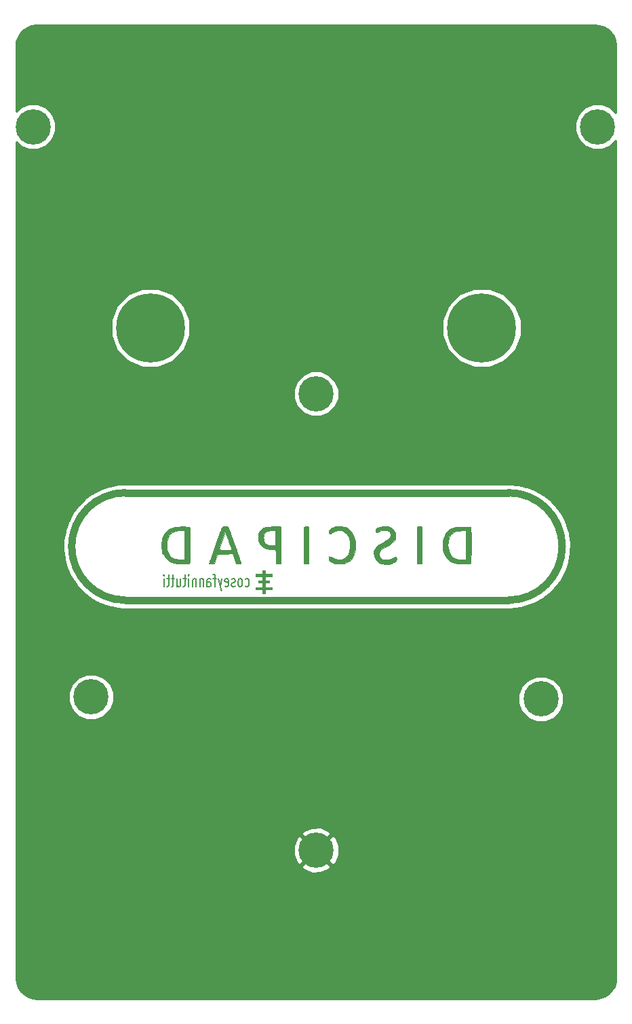
<source format=gbr>
G04 #@! TF.GenerationSoftware,KiCad,Pcbnew,(5.0.0)*
G04 #@! TF.CreationDate,2019-08-26T00:43:06-04:00*
G04 #@! TF.ProjectId,discipad-bottom-pcb,64697363697061642D626F74746F6D2D,rev?*
G04 #@! TF.SameCoordinates,Original*
G04 #@! TF.FileFunction,Copper,L2,Bot,Signal*
G04 #@! TF.FilePolarity,Positive*
%FSLAX46Y46*%
G04 Gerber Fmt 4.6, Leading zero omitted, Abs format (unit mm)*
G04 Created by KiCad (PCBNEW (5.0.0)) date 08/26/19 00:43:06*
%MOMM*%
%LPD*%
G01*
G04 APERTURE LIST*
G04 #@! TA.AperFunction,NonConductor*
%ADD10C,0.150000*%
G04 #@! TD*
G04 #@! TA.AperFunction,EtchedComponent*
%ADD11C,0.900000*%
G04 #@! TD*
G04 #@! TA.AperFunction,EtchedComponent*
%ADD12C,0.010000*%
G04 #@! TD*
G04 #@! TA.AperFunction,ComponentPad*
%ADD13C,8.600000*%
G04 #@! TD*
G04 #@! TA.AperFunction,ComponentPad*
%ADD14C,4.400000*%
G04 #@! TD*
G04 #@! TA.AperFunction,Conductor*
%ADD15C,0.254000*%
G04 #@! TD*
G04 APERTURE END LIST*
D10*
X134998991Y-85767886D02*
X135094229Y-85839315D01*
X135284706Y-85839315D01*
X135379944Y-85767886D01*
X135427563Y-85696458D01*
X135475182Y-85553601D01*
X135475182Y-85125029D01*
X135427563Y-84982172D01*
X135379944Y-84910744D01*
X135284706Y-84839315D01*
X135094229Y-84839315D01*
X134998991Y-84910744D01*
X134427563Y-85839315D02*
X134522801Y-85767886D01*
X134570420Y-85696458D01*
X134618039Y-85553601D01*
X134618039Y-85125029D01*
X134570420Y-84982172D01*
X134522801Y-84910744D01*
X134427563Y-84839315D01*
X134284706Y-84839315D01*
X134189468Y-84910744D01*
X134141849Y-84982172D01*
X134094229Y-85125029D01*
X134094229Y-85553601D01*
X134141849Y-85696458D01*
X134189468Y-85767886D01*
X134284706Y-85839315D01*
X134427563Y-85839315D01*
X133713277Y-85767886D02*
X133618039Y-85839315D01*
X133427563Y-85839315D01*
X133332325Y-85767886D01*
X133284706Y-85625029D01*
X133284706Y-85553601D01*
X133332325Y-85410744D01*
X133427563Y-85339315D01*
X133570420Y-85339315D01*
X133665658Y-85267886D01*
X133713277Y-85125029D01*
X133713277Y-85053601D01*
X133665658Y-84910744D01*
X133570420Y-84839315D01*
X133427563Y-84839315D01*
X133332325Y-84910744D01*
X132475182Y-85767886D02*
X132570420Y-85839315D01*
X132760896Y-85839315D01*
X132856134Y-85767886D01*
X132903753Y-85625029D01*
X132903753Y-85053601D01*
X132856134Y-84910744D01*
X132760896Y-84839315D01*
X132570420Y-84839315D01*
X132475182Y-84910744D01*
X132427563Y-85053601D01*
X132427563Y-85196458D01*
X132903753Y-85339315D01*
X132094229Y-84839315D02*
X131856134Y-85839315D01*
X131618039Y-84839315D02*
X131856134Y-85839315D01*
X131951372Y-86196458D01*
X131998991Y-86267886D01*
X132094229Y-86339315D01*
X131379944Y-84839315D02*
X130998991Y-84839315D01*
X131237087Y-85839315D02*
X131237087Y-84553601D01*
X131189468Y-84410744D01*
X131094229Y-84339315D01*
X130998991Y-84339315D01*
X130237087Y-85839315D02*
X130237087Y-85053601D01*
X130284706Y-84910744D01*
X130379944Y-84839315D01*
X130570420Y-84839315D01*
X130665658Y-84910744D01*
X130237087Y-85767886D02*
X130332325Y-85839315D01*
X130570420Y-85839315D01*
X130665658Y-85767886D01*
X130713277Y-85625029D01*
X130713277Y-85482172D01*
X130665658Y-85339315D01*
X130570420Y-85267886D01*
X130332325Y-85267886D01*
X130237087Y-85196458D01*
X129760896Y-84839315D02*
X129760896Y-85839315D01*
X129760896Y-84982172D02*
X129713277Y-84910744D01*
X129618039Y-84839315D01*
X129475182Y-84839315D01*
X129379944Y-84910744D01*
X129332325Y-85053601D01*
X129332325Y-85839315D01*
X128856134Y-84839315D02*
X128856134Y-85839315D01*
X128856134Y-84982172D02*
X128808515Y-84910744D01*
X128713277Y-84839315D01*
X128570420Y-84839315D01*
X128475182Y-84910744D01*
X128427563Y-85053601D01*
X128427563Y-85839315D01*
X127951372Y-85839315D02*
X127951372Y-84839315D01*
X127951372Y-84339315D02*
X127998991Y-84410744D01*
X127951372Y-84482172D01*
X127903753Y-84410744D01*
X127951372Y-84339315D01*
X127951372Y-84482172D01*
X127618039Y-84839315D02*
X127237087Y-84839315D01*
X127475182Y-84339315D02*
X127475182Y-85625029D01*
X127427563Y-85767886D01*
X127332325Y-85839315D01*
X127237087Y-85839315D01*
X126475182Y-84839315D02*
X126475182Y-85839315D01*
X126903753Y-84839315D02*
X126903753Y-85625029D01*
X126856134Y-85767886D01*
X126760896Y-85839315D01*
X126618039Y-85839315D01*
X126522801Y-85767886D01*
X126475182Y-85696458D01*
X126141849Y-84839315D02*
X125760896Y-84839315D01*
X125998991Y-84339315D02*
X125998991Y-85625029D01*
X125951372Y-85767886D01*
X125856134Y-85839315D01*
X125760896Y-85839315D01*
X125570420Y-84839315D02*
X125189468Y-84839315D01*
X125427563Y-84339315D02*
X125427563Y-85625029D01*
X125379944Y-85767886D01*
X125284706Y-85839315D01*
X125189468Y-85839315D01*
X124856134Y-85839315D02*
X124856134Y-84839315D01*
X124856134Y-84339315D02*
X124903753Y-84410744D01*
X124856134Y-84482172D01*
X124808515Y-84410744D01*
X124856134Y-84339315D01*
X124856134Y-84482172D01*
D11*
G04 #@! TO.C,G\002A\002A\002A*
X120018559Y-74112973D02*
G75*
G03X120018559Y-87512973I0J-6700000D01*
G01*
X167868559Y-87512973D02*
G75*
G03X167868559Y-74112973I0J6700000D01*
G01*
X167868559Y-87512973D02*
X120018559Y-87512973D01*
X167868559Y-74112973D02*
X120018559Y-74112973D01*
D12*
G36*
X126662695Y-78348427D02*
X126292872Y-78376672D01*
X125992860Y-78430588D01*
X125736338Y-78515768D01*
X125496989Y-78637808D01*
X125378707Y-78712292D01*
X125088084Y-78964608D01*
X124837281Y-79294583D01*
X124659623Y-79656745D01*
X124637403Y-79723743D01*
X124606192Y-79889008D01*
X124581429Y-80140468D01*
X124566016Y-80441066D01*
X124562343Y-80682973D01*
X124565556Y-81002089D01*
X124577621Y-81232554D01*
X124604094Y-81408976D01*
X124650536Y-81565961D01*
X124722503Y-81738116D01*
X124736873Y-81769632D01*
X124995231Y-82198336D01*
X125332412Y-82532394D01*
X125746119Y-82770013D01*
X126189325Y-82901339D01*
X126387724Y-82926860D01*
X126668710Y-82947376D01*
X126991592Y-82960491D01*
X127252869Y-82964041D01*
X127563183Y-82963245D01*
X127772548Y-82957886D01*
X127903312Y-82943506D01*
X127977828Y-82915650D01*
X128018446Y-82869859D01*
X128045910Y-82805902D01*
X128062794Y-82700196D01*
X128076901Y-82491182D01*
X128088248Y-82196799D01*
X128096850Y-81834989D01*
X128102722Y-81423693D01*
X128105879Y-80980851D01*
X128106337Y-80524405D01*
X128104111Y-80072297D01*
X128099215Y-79642466D01*
X128091666Y-79252854D01*
X128081479Y-78921402D01*
X128077067Y-78833459D01*
X127427880Y-78833459D01*
X127427880Y-82489301D01*
X126888438Y-82449812D01*
X126609293Y-82423676D01*
X126347596Y-82389378D01*
X126149943Y-82353277D01*
X126113804Y-82344102D01*
X125804574Y-82195201D01*
X125550631Y-81944810D01*
X125358415Y-81604649D01*
X125234364Y-81186439D01*
X125184917Y-80701902D01*
X125184331Y-80652148D01*
X125223322Y-80129387D01*
X125345948Y-79697079D01*
X125553591Y-79353824D01*
X125847633Y-79098218D01*
X126229455Y-78928858D01*
X126700441Y-78844344D01*
X126976691Y-78833459D01*
X127427880Y-78833459D01*
X128077067Y-78833459D01*
X128068668Y-78666051D01*
X128053249Y-78504743D01*
X128042215Y-78459503D01*
X128007023Y-78411681D01*
X127947791Y-78378614D01*
X127843980Y-78357622D01*
X127675049Y-78346022D01*
X127420457Y-78341135D01*
X127128648Y-78340255D01*
X126662695Y-78348427D01*
X126662695Y-78348427D01*
G37*
X126662695Y-78348427D02*
X126292872Y-78376672D01*
X125992860Y-78430588D01*
X125736338Y-78515768D01*
X125496989Y-78637808D01*
X125378707Y-78712292D01*
X125088084Y-78964608D01*
X124837281Y-79294583D01*
X124659623Y-79656745D01*
X124637403Y-79723743D01*
X124606192Y-79889008D01*
X124581429Y-80140468D01*
X124566016Y-80441066D01*
X124562343Y-80682973D01*
X124565556Y-81002089D01*
X124577621Y-81232554D01*
X124604094Y-81408976D01*
X124650536Y-81565961D01*
X124722503Y-81738116D01*
X124736873Y-81769632D01*
X124995231Y-82198336D01*
X125332412Y-82532394D01*
X125746119Y-82770013D01*
X126189325Y-82901339D01*
X126387724Y-82926860D01*
X126668710Y-82947376D01*
X126991592Y-82960491D01*
X127252869Y-82964041D01*
X127563183Y-82963245D01*
X127772548Y-82957886D01*
X127903312Y-82943506D01*
X127977828Y-82915650D01*
X128018446Y-82869859D01*
X128045910Y-82805902D01*
X128062794Y-82700196D01*
X128076901Y-82491182D01*
X128088248Y-82196799D01*
X128096850Y-81834989D01*
X128102722Y-81423693D01*
X128105879Y-80980851D01*
X128106337Y-80524405D01*
X128104111Y-80072297D01*
X128099215Y-79642466D01*
X128091666Y-79252854D01*
X128081479Y-78921402D01*
X128077067Y-78833459D01*
X127427880Y-78833459D01*
X127427880Y-82489301D01*
X126888438Y-82449812D01*
X126609293Y-82423676D01*
X126347596Y-82389378D01*
X126149943Y-82353277D01*
X126113804Y-82344102D01*
X125804574Y-82195201D01*
X125550631Y-81944810D01*
X125358415Y-81604649D01*
X125234364Y-81186439D01*
X125184917Y-80701902D01*
X125184331Y-80652148D01*
X125223322Y-80129387D01*
X125345948Y-79697079D01*
X125553591Y-79353824D01*
X125847633Y-79098218D01*
X126229455Y-78928858D01*
X126700441Y-78844344D01*
X126976691Y-78833459D01*
X127427880Y-78833459D01*
X128077067Y-78833459D01*
X128068668Y-78666051D01*
X128053249Y-78504743D01*
X128042215Y-78459503D01*
X128007023Y-78411681D01*
X127947791Y-78378614D01*
X127843980Y-78357622D01*
X127675049Y-78346022D01*
X127420457Y-78341135D01*
X127128648Y-78340255D01*
X126662695Y-78348427D01*
G36*
X132267443Y-78329627D02*
X132219297Y-78345705D01*
X132174736Y-78373565D01*
X132128989Y-78424214D01*
X132077284Y-78508658D01*
X132014851Y-78637903D01*
X131936919Y-78822957D01*
X131838715Y-79074827D01*
X131715470Y-79404517D01*
X131562412Y-79823037D01*
X131374769Y-80341391D01*
X131272254Y-80625463D01*
X131093188Y-81124941D01*
X130929258Y-81588165D01*
X130784829Y-82002342D01*
X130664269Y-82354679D01*
X130571944Y-82632382D01*
X130512220Y-82822659D01*
X130489463Y-82912716D01*
X130489848Y-82917803D01*
X130562595Y-82944868D01*
X130716102Y-82961514D01*
X130814054Y-82964041D01*
X131110428Y-82964041D01*
X131321803Y-82362949D01*
X131533177Y-81761857D01*
X132494127Y-81744916D01*
X133455077Y-81727974D01*
X133870355Y-82933216D01*
X134163195Y-82952006D01*
X134348011Y-82954710D01*
X134436962Y-82927693D01*
X134456035Y-82879072D01*
X134435988Y-82808673D01*
X134379536Y-82637912D01*
X134292213Y-82382375D01*
X134179553Y-82057649D01*
X134047090Y-81679320D01*
X133900359Y-81262977D01*
X133885988Y-81222415D01*
X133284641Y-81222415D01*
X133226896Y-81228254D01*
X133069194Y-81233078D01*
X132834880Y-81236420D01*
X132547297Y-81237813D01*
X132514045Y-81237828D01*
X132219181Y-81233574D01*
X131977362Y-81221928D01*
X131811342Y-81204563D01*
X131743875Y-81183153D01*
X131743414Y-81181161D01*
X131762809Y-81107524D01*
X131816757Y-80936811D01*
X131898899Y-80688264D01*
X132002874Y-80381124D01*
X132122324Y-80034629D01*
X132122802Y-80033254D01*
X132502190Y-78942014D01*
X132893399Y-80074508D01*
X133014082Y-80424619D01*
X133119659Y-80732341D01*
X133203993Y-80979664D01*
X133260944Y-81148578D01*
X133284374Y-81221073D01*
X133284641Y-81222415D01*
X133885988Y-81222415D01*
X133744893Y-80824204D01*
X133586227Y-80378589D01*
X133429894Y-79941719D01*
X133281429Y-79529181D01*
X133146366Y-79156561D01*
X133030239Y-78839446D01*
X132938582Y-78593422D01*
X132884984Y-78454203D01*
X132790936Y-78366246D01*
X132618317Y-78314010D01*
X132408794Y-78305901D01*
X132267443Y-78329627D01*
X132267443Y-78329627D01*
G37*
X132267443Y-78329627D02*
X132219297Y-78345705D01*
X132174736Y-78373565D01*
X132128989Y-78424214D01*
X132077284Y-78508658D01*
X132014851Y-78637903D01*
X131936919Y-78822957D01*
X131838715Y-79074827D01*
X131715470Y-79404517D01*
X131562412Y-79823037D01*
X131374769Y-80341391D01*
X131272254Y-80625463D01*
X131093188Y-81124941D01*
X130929258Y-81588165D01*
X130784829Y-82002342D01*
X130664269Y-82354679D01*
X130571944Y-82632382D01*
X130512220Y-82822659D01*
X130489463Y-82912716D01*
X130489848Y-82917803D01*
X130562595Y-82944868D01*
X130716102Y-82961514D01*
X130814054Y-82964041D01*
X131110428Y-82964041D01*
X131321803Y-82362949D01*
X131533177Y-81761857D01*
X132494127Y-81744916D01*
X133455077Y-81727974D01*
X133870355Y-82933216D01*
X134163195Y-82952006D01*
X134348011Y-82954710D01*
X134436962Y-82927693D01*
X134456035Y-82879072D01*
X134435988Y-82808673D01*
X134379536Y-82637912D01*
X134292213Y-82382375D01*
X134179553Y-82057649D01*
X134047090Y-81679320D01*
X133900359Y-81262977D01*
X133885988Y-81222415D01*
X133284641Y-81222415D01*
X133226896Y-81228254D01*
X133069194Y-81233078D01*
X132834880Y-81236420D01*
X132547297Y-81237813D01*
X132514045Y-81237828D01*
X132219181Y-81233574D01*
X131977362Y-81221928D01*
X131811342Y-81204563D01*
X131743875Y-81183153D01*
X131743414Y-81181161D01*
X131762809Y-81107524D01*
X131816757Y-80936811D01*
X131898899Y-80688264D01*
X132002874Y-80381124D01*
X132122324Y-80034629D01*
X132122802Y-80033254D01*
X132502190Y-78942014D01*
X132893399Y-80074508D01*
X133014082Y-80424619D01*
X133119659Y-80732341D01*
X133203993Y-80979664D01*
X133260944Y-81148578D01*
X133284374Y-81221073D01*
X133284641Y-81222415D01*
X133885988Y-81222415D01*
X133744893Y-80824204D01*
X133586227Y-80378589D01*
X133429894Y-79941719D01*
X133281429Y-79529181D01*
X133146366Y-79156561D01*
X133030239Y-78839446D01*
X132938582Y-78593422D01*
X132884984Y-78454203D01*
X132790936Y-78366246D01*
X132618317Y-78314010D01*
X132408794Y-78305901D01*
X132267443Y-78329627D01*
G36*
X138019962Y-78356340D02*
X137609666Y-78408607D01*
X137287790Y-78503072D01*
X137038766Y-78645754D01*
X136847026Y-78842668D01*
X136726641Y-79038917D01*
X136630008Y-79331717D01*
X136593300Y-79679466D01*
X136617294Y-80029108D01*
X136702766Y-80327585D01*
X136707628Y-80338035D01*
X136929061Y-80680041D01*
X137227647Y-80931234D01*
X137607339Y-81093718D01*
X138072088Y-81169600D01*
X138280432Y-81176177D01*
X138753739Y-81176177D01*
X138793041Y-81592318D01*
X138813469Y-81877549D01*
X138827839Y-82209483D01*
X138832781Y-82486250D01*
X138833219Y-82964041D01*
X139100372Y-82964041D01*
X139273372Y-82955297D01*
X139389493Y-82933345D01*
X139408624Y-82922941D01*
X139421392Y-82850152D01*
X139431715Y-82671274D01*
X139439667Y-82403493D01*
X139445322Y-82063995D01*
X139448753Y-81669966D01*
X139450034Y-81238593D01*
X139449239Y-80787061D01*
X139446443Y-80332557D01*
X139441719Y-79892266D01*
X139435140Y-79483375D01*
X139426782Y-79123070D01*
X139416886Y-78833459D01*
X138771569Y-78833459D01*
X138771569Y-80682973D01*
X138355428Y-80682877D01*
X137990715Y-80655498D01*
X137727893Y-80574989D01*
X137484826Y-80409167D01*
X137336683Y-80196516D01*
X137270136Y-79913029D01*
X137263292Y-79738072D01*
X137293149Y-79415157D01*
X137386939Y-79182342D01*
X137557379Y-79017565D01*
X137728424Y-78931162D01*
X137927341Y-78877637D01*
X138184471Y-78842223D01*
X138372088Y-78833459D01*
X138771569Y-78833459D01*
X139416886Y-78833459D01*
X139416717Y-78828537D01*
X139405020Y-78616963D01*
X139391764Y-78505532D01*
X139389600Y-78498394D01*
X139329475Y-78340255D01*
X138534244Y-78340255D01*
X138019962Y-78356340D01*
X138019962Y-78356340D01*
G37*
X138019962Y-78356340D02*
X137609666Y-78408607D01*
X137287790Y-78503072D01*
X137038766Y-78645754D01*
X136847026Y-78842668D01*
X136726641Y-79038917D01*
X136630008Y-79331717D01*
X136593300Y-79679466D01*
X136617294Y-80029108D01*
X136702766Y-80327585D01*
X136707628Y-80338035D01*
X136929061Y-80680041D01*
X137227647Y-80931234D01*
X137607339Y-81093718D01*
X138072088Y-81169600D01*
X138280432Y-81176177D01*
X138753739Y-81176177D01*
X138793041Y-81592318D01*
X138813469Y-81877549D01*
X138827839Y-82209483D01*
X138832781Y-82486250D01*
X138833219Y-82964041D01*
X139100372Y-82964041D01*
X139273372Y-82955297D01*
X139389493Y-82933345D01*
X139408624Y-82922941D01*
X139421392Y-82850152D01*
X139431715Y-82671274D01*
X139439667Y-82403493D01*
X139445322Y-82063995D01*
X139448753Y-81669966D01*
X139450034Y-81238593D01*
X139449239Y-80787061D01*
X139446443Y-80332557D01*
X139441719Y-79892266D01*
X139435140Y-79483375D01*
X139426782Y-79123070D01*
X139416886Y-78833459D01*
X138771569Y-78833459D01*
X138771569Y-80682973D01*
X138355428Y-80682877D01*
X137990715Y-80655498D01*
X137727893Y-80574989D01*
X137484826Y-80409167D01*
X137336683Y-80196516D01*
X137270136Y-79913029D01*
X137263292Y-79738072D01*
X137293149Y-79415157D01*
X137386939Y-79182342D01*
X137557379Y-79017565D01*
X137728424Y-78931162D01*
X137927341Y-78877637D01*
X138184471Y-78842223D01*
X138372088Y-78833459D01*
X138771569Y-78833459D01*
X139416886Y-78833459D01*
X139416717Y-78828537D01*
X139405020Y-78616963D01*
X139391764Y-78505532D01*
X139389600Y-78498394D01*
X139329475Y-78340255D01*
X138534244Y-78340255D01*
X138019962Y-78356340D01*
G36*
X142426720Y-78345218D02*
X142284125Y-78399432D01*
X142300298Y-80666324D01*
X142316472Y-82933216D01*
X142609312Y-82952006D01*
X142902151Y-82970797D01*
X142902151Y-78354629D01*
X142735733Y-78322816D01*
X142553680Y-78318246D01*
X142426720Y-78345218D01*
X142426720Y-78345218D01*
G37*
X142426720Y-78345218D02*
X142284125Y-78399432D01*
X142300298Y-80666324D01*
X142316472Y-82933216D01*
X142609312Y-82952006D01*
X142902151Y-82970797D01*
X142902151Y-78354629D01*
X142735733Y-78322816D01*
X142553680Y-78318246D01*
X142426720Y-78345218D01*
G36*
X156556991Y-78325308D02*
X156402122Y-78354913D01*
X156418277Y-80644064D01*
X156434433Y-82933216D01*
X156727273Y-82952006D01*
X157020113Y-82970797D01*
X157020113Y-78354629D01*
X156865986Y-78325166D01*
X156677403Y-78313579D01*
X156556991Y-78325308D01*
X156556991Y-78325308D01*
G37*
X156556991Y-78325308D02*
X156402122Y-78354913D01*
X156418277Y-80644064D01*
X156434433Y-82933216D01*
X156727273Y-82952006D01*
X157020113Y-82970797D01*
X157020113Y-78354629D01*
X156865986Y-78325166D01*
X156677403Y-78313579D01*
X156556991Y-78325308D01*
G36*
X162253997Y-78347112D02*
X162061167Y-78351473D01*
X161614228Y-78368983D01*
X161265736Y-78400125D01*
X160991002Y-78452112D01*
X160765340Y-78532159D01*
X160564062Y-78647479D01*
X160362481Y-78805287D01*
X160290665Y-78868838D01*
X160001530Y-79210472D01*
X159790974Y-79632859D01*
X159664232Y-80117640D01*
X159626538Y-80646454D01*
X159661851Y-81074536D01*
X159784618Y-81610821D01*
X159981489Y-82050581D01*
X160256923Y-82399038D01*
X160615378Y-82661414D01*
X161061311Y-82842931D01*
X161203255Y-82880166D01*
X161414524Y-82915641D01*
X161687863Y-82941375D01*
X161996212Y-82957229D01*
X162312511Y-82963061D01*
X162609699Y-82958731D01*
X162860716Y-82944099D01*
X163038501Y-82919024D01*
X163111181Y-82890061D01*
X163132377Y-82833454D01*
X163149567Y-82704594D01*
X163163029Y-82495048D01*
X163163230Y-82489037D01*
X162568656Y-82489037D01*
X161971878Y-82447087D01*
X161635089Y-82412088D01*
X161343568Y-82360383D01*
X161134966Y-82298767D01*
X161124184Y-82294144D01*
X160800922Y-82086076D01*
X160553625Y-81784536D01*
X160385321Y-81395467D01*
X160299037Y-80924813D01*
X160287588Y-80652148D01*
X160331435Y-80129232D01*
X160463182Y-79692483D01*
X160683136Y-79341285D01*
X160991606Y-79075024D01*
X161114033Y-79005101D01*
X161297622Y-78932353D01*
X161530859Y-78883676D01*
X161845324Y-78853199D01*
X161967564Y-78846365D01*
X162568656Y-78816974D01*
X162568656Y-82489037D01*
X163163230Y-82489037D01*
X163173040Y-82196381D01*
X163179880Y-81800158D01*
X163183827Y-81297947D01*
X163185158Y-80681311D01*
X163185161Y-80647367D01*
X163184514Y-80060975D01*
X163182252Y-79586097D01*
X163177896Y-79210953D01*
X163170967Y-78923761D01*
X163160984Y-78712741D01*
X163147470Y-78566110D01*
X163129943Y-78472088D01*
X163107925Y-78418893D01*
X163093812Y-78402841D01*
X163014140Y-78371728D01*
X162856277Y-78352500D01*
X162607227Y-78344510D01*
X162253997Y-78347112D01*
X162253997Y-78347112D01*
G37*
X162253997Y-78347112D02*
X162061167Y-78351473D01*
X161614228Y-78368983D01*
X161265736Y-78400125D01*
X160991002Y-78452112D01*
X160765340Y-78532159D01*
X160564062Y-78647479D01*
X160362481Y-78805287D01*
X160290665Y-78868838D01*
X160001530Y-79210472D01*
X159790974Y-79632859D01*
X159664232Y-80117640D01*
X159626538Y-80646454D01*
X159661851Y-81074536D01*
X159784618Y-81610821D01*
X159981489Y-82050581D01*
X160256923Y-82399038D01*
X160615378Y-82661414D01*
X161061311Y-82842931D01*
X161203255Y-82880166D01*
X161414524Y-82915641D01*
X161687863Y-82941375D01*
X161996212Y-82957229D01*
X162312511Y-82963061D01*
X162609699Y-82958731D01*
X162860716Y-82944099D01*
X163038501Y-82919024D01*
X163111181Y-82890061D01*
X163132377Y-82833454D01*
X163149567Y-82704594D01*
X163163029Y-82495048D01*
X163163230Y-82489037D01*
X162568656Y-82489037D01*
X161971878Y-82447087D01*
X161635089Y-82412088D01*
X161343568Y-82360383D01*
X161134966Y-82298767D01*
X161124184Y-82294144D01*
X160800922Y-82086076D01*
X160553625Y-81784536D01*
X160385321Y-81395467D01*
X160299037Y-80924813D01*
X160287588Y-80652148D01*
X160331435Y-80129232D01*
X160463182Y-79692483D01*
X160683136Y-79341285D01*
X160991606Y-79075024D01*
X161114033Y-79005101D01*
X161297622Y-78932353D01*
X161530859Y-78883676D01*
X161845324Y-78853199D01*
X161967564Y-78846365D01*
X162568656Y-78816974D01*
X162568656Y-82489037D01*
X163163230Y-82489037D01*
X163173040Y-82196381D01*
X163179880Y-81800158D01*
X163183827Y-81297947D01*
X163185158Y-80681311D01*
X163185161Y-80647367D01*
X163184514Y-80060975D01*
X163182252Y-79586097D01*
X163177896Y-79210953D01*
X163170967Y-78923761D01*
X163160984Y-78712741D01*
X163147470Y-78566110D01*
X163129943Y-78472088D01*
X163107925Y-78418893D01*
X163093812Y-78402841D01*
X163014140Y-78371728D01*
X162856277Y-78352500D01*
X162607227Y-78344510D01*
X162253997Y-78347112D01*
G36*
X146471607Y-78315250D02*
X146266731Y-78333897D01*
X146096386Y-78376708D01*
X145916276Y-78452416D01*
X145830550Y-78494381D01*
X145631776Y-78598781D01*
X145518638Y-78680803D01*
X145464625Y-78769320D01*
X145443229Y-78893207D01*
X145441028Y-78918646D01*
X145440320Y-79111186D01*
X145487020Y-79205612D01*
X145594547Y-79206806D01*
X145776320Y-79119649D01*
X145858072Y-79070352D01*
X146196593Y-78918003D01*
X146577763Y-78840013D01*
X146954340Y-78842795D01*
X147175811Y-78891463D01*
X147421861Y-79027202D01*
X147657611Y-79253344D01*
X147856176Y-79538113D01*
X147990666Y-79849732D01*
X147992805Y-79857009D01*
X148060686Y-80211411D01*
X148082523Y-80616549D01*
X148060775Y-81031867D01*
X147997903Y-81416811D01*
X147896366Y-81730825D01*
X147876655Y-81771858D01*
X147650804Y-82093000D01*
X147357951Y-82317365D01*
X147011103Y-82441994D01*
X146623267Y-82463928D01*
X146207450Y-82380207D01*
X145856412Y-82231525D01*
X145664397Y-82136890D01*
X145518386Y-82076166D01*
X145448589Y-82061839D01*
X145447615Y-82062591D01*
X145426472Y-82138142D01*
X145412663Y-82285970D01*
X145411458Y-82318223D01*
X145433530Y-82506741D01*
X145528672Y-82637539D01*
X145556152Y-82659814D01*
X145852680Y-82824543D01*
X146224850Y-82938997D01*
X146633542Y-82997986D01*
X147039636Y-82996319D01*
X147404009Y-82928805D01*
X147455157Y-82911784D01*
X147868368Y-82715237D01*
X148190625Y-82447261D01*
X148436380Y-82093056D01*
X148579878Y-81759939D01*
X148715592Y-81229555D01*
X148759125Y-80694457D01*
X148715618Y-80172294D01*
X148590210Y-79680716D01*
X148388042Y-79237374D01*
X148114254Y-78859918D01*
X147773987Y-78565998D01*
X147623963Y-78477610D01*
X147447903Y-78395466D01*
X147281030Y-78345873D01*
X147081420Y-78320839D01*
X146807145Y-78312374D01*
X146755307Y-78312031D01*
X146471607Y-78315250D01*
X146471607Y-78315250D01*
G37*
X146471607Y-78315250D02*
X146266731Y-78333897D01*
X146096386Y-78376708D01*
X145916276Y-78452416D01*
X145830550Y-78494381D01*
X145631776Y-78598781D01*
X145518638Y-78680803D01*
X145464625Y-78769320D01*
X145443229Y-78893207D01*
X145441028Y-78918646D01*
X145440320Y-79111186D01*
X145487020Y-79205612D01*
X145594547Y-79206806D01*
X145776320Y-79119649D01*
X145858072Y-79070352D01*
X146196593Y-78918003D01*
X146577763Y-78840013D01*
X146954340Y-78842795D01*
X147175811Y-78891463D01*
X147421861Y-79027202D01*
X147657611Y-79253344D01*
X147856176Y-79538113D01*
X147990666Y-79849732D01*
X147992805Y-79857009D01*
X148060686Y-80211411D01*
X148082523Y-80616549D01*
X148060775Y-81031867D01*
X147997903Y-81416811D01*
X147896366Y-81730825D01*
X147876655Y-81771858D01*
X147650804Y-82093000D01*
X147357951Y-82317365D01*
X147011103Y-82441994D01*
X146623267Y-82463928D01*
X146207450Y-82380207D01*
X145856412Y-82231525D01*
X145664397Y-82136890D01*
X145518386Y-82076166D01*
X145448589Y-82061839D01*
X145447615Y-82062591D01*
X145426472Y-82138142D01*
X145412663Y-82285970D01*
X145411458Y-82318223D01*
X145433530Y-82506741D01*
X145528672Y-82637539D01*
X145556152Y-82659814D01*
X145852680Y-82824543D01*
X146224850Y-82938997D01*
X146633542Y-82997986D01*
X147039636Y-82996319D01*
X147404009Y-82928805D01*
X147455157Y-82911784D01*
X147868368Y-82715237D01*
X148190625Y-82447261D01*
X148436380Y-82093056D01*
X148579878Y-81759939D01*
X148715592Y-81229555D01*
X148759125Y-80694457D01*
X148715618Y-80172294D01*
X148590210Y-79680716D01*
X148388042Y-79237374D01*
X148114254Y-78859918D01*
X147773987Y-78565998D01*
X147623963Y-78477610D01*
X147447903Y-78395466D01*
X147281030Y-78345873D01*
X147081420Y-78320839D01*
X146807145Y-78312374D01*
X146755307Y-78312031D01*
X146471607Y-78315250D01*
G36*
X152203942Y-78296594D02*
X151853613Y-78350787D01*
X151564134Y-78447862D01*
X151548632Y-78455571D01*
X151388452Y-78546867D01*
X151311593Y-78633428D01*
X151287935Y-78758836D01*
X151286617Y-78834712D01*
X151300131Y-78993516D01*
X151353204Y-79067949D01*
X151464639Y-79062514D01*
X151653237Y-78981715D01*
X151731685Y-78941347D01*
X151975744Y-78845338D01*
X152258293Y-78805533D01*
X152385971Y-78802633D01*
X152606147Y-78807875D01*
X152746436Y-78833790D01*
X152850133Y-78895664D01*
X152956238Y-79003970D01*
X153107771Y-79231147D01*
X153147083Y-79452040D01*
X153072013Y-79670454D01*
X152880397Y-79890194D01*
X152570075Y-80115065D01*
X152212772Y-80312369D01*
X151844208Y-80505772D01*
X151572324Y-80671626D01*
X151378277Y-80825488D01*
X151243226Y-80982918D01*
X151148331Y-81159472D01*
X151129154Y-81207160D01*
X151043008Y-81591003D01*
X151069710Y-81967415D01*
X151201176Y-82314830D01*
X151429324Y-82611677D01*
X151738236Y-82832391D01*
X152079637Y-82953602D01*
X152480563Y-83011147D01*
X152893504Y-83002567D01*
X153270947Y-82925404D01*
X153305815Y-82913499D01*
X153591694Y-82791287D01*
X153770728Y-82660406D01*
X153859190Y-82505414D01*
X153875938Y-82372445D01*
X153861047Y-82223900D01*
X153824907Y-82138627D01*
X153821945Y-82136492D01*
X153743012Y-82144833D01*
X153589400Y-82199233D01*
X153405804Y-82282462D01*
X153172356Y-82380470D01*
X152940219Y-82449851D01*
X152797054Y-82472293D01*
X152503435Y-82479806D01*
X152298852Y-82467194D01*
X152149623Y-82426319D01*
X152022067Y-82349042D01*
X151917630Y-82259798D01*
X151774353Y-82112068D01*
X151706438Y-81980390D01*
X151687850Y-81810659D01*
X151687699Y-81782007D01*
X151706125Y-81587310D01*
X151771042Y-81421781D01*
X151897762Y-81269399D01*
X152101597Y-81114145D01*
X152397858Y-80939999D01*
X152589135Y-80838926D01*
X153024827Y-80591998D01*
X153348700Y-80356615D01*
X153570621Y-80124414D01*
X153695116Y-79901480D01*
X153743354Y-79666902D01*
X153746148Y-79382024D01*
X153705314Y-79110430D01*
X153669344Y-79000054D01*
X153516954Y-78763467D01*
X153283988Y-78546885D01*
X153012261Y-78385263D01*
X152874927Y-78335985D01*
X152562066Y-78290065D01*
X152203942Y-78296594D01*
X152203942Y-78296594D01*
G37*
X152203942Y-78296594D02*
X151853613Y-78350787D01*
X151564134Y-78447862D01*
X151548632Y-78455571D01*
X151388452Y-78546867D01*
X151311593Y-78633428D01*
X151287935Y-78758836D01*
X151286617Y-78834712D01*
X151300131Y-78993516D01*
X151353204Y-79067949D01*
X151464639Y-79062514D01*
X151653237Y-78981715D01*
X151731685Y-78941347D01*
X151975744Y-78845338D01*
X152258293Y-78805533D01*
X152385971Y-78802633D01*
X152606147Y-78807875D01*
X152746436Y-78833790D01*
X152850133Y-78895664D01*
X152956238Y-79003970D01*
X153107771Y-79231147D01*
X153147083Y-79452040D01*
X153072013Y-79670454D01*
X152880397Y-79890194D01*
X152570075Y-80115065D01*
X152212772Y-80312369D01*
X151844208Y-80505772D01*
X151572324Y-80671626D01*
X151378277Y-80825488D01*
X151243226Y-80982918D01*
X151148331Y-81159472D01*
X151129154Y-81207160D01*
X151043008Y-81591003D01*
X151069710Y-81967415D01*
X151201176Y-82314830D01*
X151429324Y-82611677D01*
X151738236Y-82832391D01*
X152079637Y-82953602D01*
X152480563Y-83011147D01*
X152893504Y-83002567D01*
X153270947Y-82925404D01*
X153305815Y-82913499D01*
X153591694Y-82791287D01*
X153770728Y-82660406D01*
X153859190Y-82505414D01*
X153875938Y-82372445D01*
X153861047Y-82223900D01*
X153824907Y-82138627D01*
X153821945Y-82136492D01*
X153743012Y-82144833D01*
X153589400Y-82199233D01*
X153405804Y-82282462D01*
X153172356Y-82380470D01*
X152940219Y-82449851D01*
X152797054Y-82472293D01*
X152503435Y-82479806D01*
X152298852Y-82467194D01*
X152149623Y-82426319D01*
X152022067Y-82349042D01*
X151917630Y-82259798D01*
X151774353Y-82112068D01*
X151706438Y-81980390D01*
X151687850Y-81810659D01*
X151687699Y-81782007D01*
X151706125Y-81587310D01*
X151771042Y-81421781D01*
X151897762Y-81269399D01*
X152101597Y-81114145D01*
X152397858Y-80939999D01*
X152589135Y-80838926D01*
X153024827Y-80591998D01*
X153348700Y-80356615D01*
X153570621Y-80124414D01*
X153695116Y-79901480D01*
X153743354Y-79666902D01*
X153746148Y-79382024D01*
X153705314Y-79110430D01*
X153669344Y-79000054D01*
X153516954Y-78763467D01*
X153283988Y-78546885D01*
X153012261Y-78385263D01*
X152874927Y-78335985D01*
X152562066Y-78290065D01*
X152203942Y-78296594D01*
G36*
X137164225Y-84251046D02*
X136306975Y-84251046D01*
X136306975Y-84536796D01*
X137164225Y-84536796D01*
X137164225Y-85051146D01*
X136624475Y-85051146D01*
X136624475Y-85355946D01*
X137164225Y-85355946D01*
X137164225Y-85882996D01*
X136306975Y-85882996D01*
X136306975Y-86187796D01*
X137164225Y-86187796D01*
X137164225Y-86651346D01*
X137469025Y-86651346D01*
X137469025Y-86194146D01*
X138319925Y-86194146D01*
X138319925Y-85889346D01*
X137469025Y-85889346D01*
X137469025Y-85362296D01*
X138002425Y-85362296D01*
X138002425Y-85057496D01*
X137469025Y-85057496D01*
X137469025Y-84536796D01*
X138319925Y-84536796D01*
X138319925Y-84251046D01*
X137469025Y-84251046D01*
X137469025Y-83806546D01*
X137164225Y-83806546D01*
X137164225Y-84251046D01*
X137164225Y-84251046D01*
G37*
X137164225Y-84251046D02*
X136306975Y-84251046D01*
X136306975Y-84536796D01*
X137164225Y-84536796D01*
X137164225Y-85051146D01*
X136624475Y-85051146D01*
X136624475Y-85355946D01*
X137164225Y-85355946D01*
X137164225Y-85882996D01*
X136306975Y-85882996D01*
X136306975Y-86187796D01*
X137164225Y-86187796D01*
X137164225Y-86651346D01*
X137469025Y-86651346D01*
X137469025Y-86194146D01*
X138319925Y-86194146D01*
X138319925Y-85889346D01*
X137469025Y-85889346D01*
X137469025Y-85362296D01*
X138002425Y-85362296D01*
X138002425Y-85057496D01*
X137469025Y-85057496D01*
X137469025Y-84536796D01*
X138319925Y-84536796D01*
X138319925Y-84251046D01*
X137469025Y-84251046D01*
X137469025Y-83806546D01*
X137164225Y-83806546D01*
X137164225Y-84251046D01*
G04 #@! TD*
D13*
G04 #@! TO.P,REF\002A\002A,1*
G04 #@! TO.N,N/C*
X123158765Y-53561440D03*
G04 #@! TD*
D14*
G04 #@! TO.P,H1,1*
G04 #@! TO.N,GND*
X143833559Y-118686673D03*
G04 #@! TD*
G04 #@! TO.P,REF\002A\002A,1*
G04 #@! TO.N,N/C*
X115752543Y-99566685D03*
G04 #@! TD*
G04 #@! TO.P,REF\002A\002A,1*
G04 #@! TO.N,N/C*
X171914575Y-99841686D03*
G04 #@! TD*
G04 #@! TO.P,REF\002A\002A,1*
G04 #@! TO.N,N/C*
X143833559Y-61784261D03*
G04 #@! TD*
G04 #@! TO.P,REF\002A\002A,1*
G04 #@! TO.N,N/C*
X179001130Y-28475773D03*
G04 #@! TD*
G04 #@! TO.P,REF\002A\002A,1*
G04 #@! TO.N,N/C*
X108503031Y-28475773D03*
G04 #@! TD*
D13*
G04 #@! TO.P,REF\002A\002A,1*
G04 #@! TO.N,N/C*
X164508353Y-53561440D03*
G04 #@! TD*
D15*
G04 #@! TO.N,GND*
G36*
X179246370Y-15876402D02*
X179777191Y-16055042D01*
X180257268Y-16343501D01*
X180664202Y-16728320D01*
X180979008Y-17191544D01*
X181187003Y-17711566D01*
X181283169Y-18292458D01*
X181286697Y-18418769D01*
X181286697Y-26752044D01*
X180607029Y-26072376D01*
X179565047Y-25640773D01*
X178437213Y-25640773D01*
X177395231Y-26072376D01*
X176597733Y-26869874D01*
X176166130Y-27911856D01*
X176166130Y-29039690D01*
X176597733Y-30081672D01*
X177395231Y-30879170D01*
X178437213Y-31310773D01*
X179565047Y-31310773D01*
X180607029Y-30879170D01*
X181286697Y-30199502D01*
X181286698Y-134556155D01*
X181222032Y-135151410D01*
X181043391Y-135682232D01*
X180754933Y-136162308D01*
X180370114Y-136569242D01*
X179906892Y-136884048D01*
X179386868Y-137092043D01*
X178805976Y-137188209D01*
X178679665Y-137191737D01*
X109015994Y-137191737D01*
X108420748Y-137127072D01*
X107889926Y-136948431D01*
X107409850Y-136659973D01*
X107002916Y-136275154D01*
X106688110Y-135811932D01*
X106480115Y-135291908D01*
X106383949Y-134711016D01*
X106380421Y-134584705D01*
X106380421Y-120706055D01*
X141993782Y-120706055D01*
X142238927Y-121097561D01*
X143282919Y-121524282D01*
X144410740Y-121519003D01*
X145428191Y-121097561D01*
X145673336Y-120706055D01*
X143833559Y-118866278D01*
X141993782Y-120706055D01*
X106380421Y-120706055D01*
X106380421Y-118136033D01*
X140995950Y-118136033D01*
X141001229Y-119263854D01*
X141422671Y-120281305D01*
X141814177Y-120526450D01*
X143653954Y-118686673D01*
X144013164Y-118686673D01*
X145852941Y-120526450D01*
X146244447Y-120281305D01*
X146671168Y-119237313D01*
X146665889Y-118109492D01*
X146244447Y-117092041D01*
X145852941Y-116846896D01*
X144013164Y-118686673D01*
X143653954Y-118686673D01*
X141814177Y-116846896D01*
X141422671Y-117092041D01*
X140995950Y-118136033D01*
X106380421Y-118136033D01*
X106380421Y-116667291D01*
X141993782Y-116667291D01*
X143833559Y-118507068D01*
X145673336Y-116667291D01*
X145428191Y-116275785D01*
X144384199Y-115849064D01*
X143256378Y-115854343D01*
X142238927Y-116275785D01*
X141993782Y-116667291D01*
X106380421Y-116667291D01*
X106380421Y-99002768D01*
X112917543Y-99002768D01*
X112917543Y-100130602D01*
X113349146Y-101172584D01*
X114146644Y-101970082D01*
X115188626Y-102401685D01*
X116316460Y-102401685D01*
X117358442Y-101970082D01*
X118155940Y-101172584D01*
X118587543Y-100130602D01*
X118587543Y-99277769D01*
X169079575Y-99277769D01*
X169079575Y-100405603D01*
X169511178Y-101447585D01*
X170308676Y-102245083D01*
X171350658Y-102676686D01*
X172478492Y-102676686D01*
X173520474Y-102245083D01*
X174317972Y-101447585D01*
X174749575Y-100405603D01*
X174749575Y-99277769D01*
X174317972Y-98235787D01*
X173520474Y-97438289D01*
X172478492Y-97006686D01*
X171350658Y-97006686D01*
X170308676Y-97438289D01*
X169511178Y-98235787D01*
X169079575Y-99277769D01*
X118587543Y-99277769D01*
X118587543Y-99002768D01*
X118155940Y-97960786D01*
X117358442Y-97163288D01*
X116316460Y-96731685D01*
X115188626Y-96731685D01*
X114146644Y-97163288D01*
X113349146Y-97960786D01*
X112917543Y-99002768D01*
X106380421Y-99002768D01*
X106380421Y-81138061D01*
X112243042Y-81138061D01*
X112244382Y-81163624D01*
X112243042Y-81189187D01*
X112251656Y-81302428D01*
X112381681Y-82310452D01*
X112386873Y-82335524D01*
X112389415Y-82360989D01*
X112415052Y-82471593D01*
X112415058Y-82471624D01*
X112415061Y-82471632D01*
X112696063Y-83448383D01*
X112704984Y-83472372D01*
X112711351Y-83497168D01*
X112753430Y-83602638D01*
X112753435Y-83602651D01*
X112753435Y-83602652D01*
X113178950Y-84525666D01*
X113191401Y-84548036D01*
X113201442Y-84571577D01*
X113258978Y-84669450D01*
X113258996Y-84669482D01*
X113259003Y-84669491D01*
X113819232Y-85517512D01*
X113834922Y-85537740D01*
X113848410Y-85559493D01*
X113920111Y-85647565D01*
X114602174Y-86401096D01*
X114620744Y-86418718D01*
X114637366Y-86438180D01*
X114721565Y-86514394D01*
X115509760Y-87156086D01*
X115530780Y-87170695D01*
X115550157Y-87187421D01*
X115644915Y-87250021D01*
X116521104Y-87765106D01*
X116544092Y-87776368D01*
X116565776Y-87789970D01*
X116668913Y-87837517D01*
X117612931Y-88214141D01*
X117637356Y-88221795D01*
X117660850Y-88231962D01*
X117769992Y-88263361D01*
X118760118Y-88492860D01*
X118785424Y-88496733D01*
X118810180Y-88503227D01*
X118922774Y-88517751D01*
X118922816Y-88517757D01*
X118922829Y-88517757D01*
X119871040Y-88589886D01*
X119911698Y-88597973D01*
X167975420Y-88597973D01*
X168003483Y-88592391D01*
X168625684Y-88559783D01*
X168638390Y-88558144D01*
X168651197Y-88558144D01*
X168763832Y-88543615D01*
X169763669Y-88361012D01*
X169788424Y-88354518D01*
X169813732Y-88350645D01*
X169922863Y-88319249D01*
X169922874Y-88319246D01*
X169922878Y-88319244D01*
X170883587Y-87987508D01*
X170907083Y-87977341D01*
X170931505Y-87969687D01*
X171034607Y-87922156D01*
X171034642Y-87922141D01*
X171034652Y-87922135D01*
X171934121Y-87448901D01*
X171955801Y-87435302D01*
X171978792Y-87424038D01*
X172073550Y-87361438D01*
X172891098Y-86757588D01*
X172910480Y-86740858D01*
X172931495Y-86726252D01*
X173015694Y-86650040D01*
X173732495Y-85929475D01*
X173749117Y-85910013D01*
X173767688Y-85892390D01*
X173839390Y-85804318D01*
X174438951Y-84983620D01*
X174452444Y-84961858D01*
X174468128Y-84941638D01*
X174525684Y-84843734D01*
X174994206Y-83941789D01*
X175004249Y-83918244D01*
X175016698Y-83895877D01*
X175058782Y-83790393D01*
X175385485Y-82827956D01*
X175391851Y-82803161D01*
X175400773Y-82779171D01*
X175426418Y-82668535D01*
X175603783Y-81667756D01*
X175606326Y-81642275D01*
X175611515Y-81617219D01*
X175620130Y-81503978D01*
X175644076Y-80487885D01*
X175642736Y-80462314D01*
X175644075Y-80436759D01*
X175635462Y-80323517D01*
X175505437Y-79315494D01*
X175500245Y-79290422D01*
X175497703Y-79264957D01*
X175472060Y-79154321D01*
X175191055Y-78177563D01*
X175182134Y-78153574D01*
X175175767Y-78128778D01*
X175133684Y-78023295D01*
X174708168Y-77100280D01*
X174695717Y-77077910D01*
X174685676Y-77054369D01*
X174628140Y-76956496D01*
X174628122Y-76956464D01*
X174628115Y-76956455D01*
X174067886Y-76108434D01*
X174052195Y-76088205D01*
X174038708Y-76066453D01*
X173967027Y-75978407D01*
X173967007Y-75978381D01*
X173967000Y-75978374D01*
X173284944Y-75224850D01*
X173266374Y-75207228D01*
X173249752Y-75187766D01*
X173165553Y-75111552D01*
X172377358Y-74469860D01*
X172356338Y-74455251D01*
X172336961Y-74438525D01*
X172242203Y-74375925D01*
X171366014Y-73860840D01*
X171343025Y-73849578D01*
X171321342Y-73835976D01*
X171218222Y-73788437D01*
X171218206Y-73788429D01*
X171218201Y-73788428D01*
X170274186Y-73411804D01*
X170249760Y-73404150D01*
X170226269Y-73393984D01*
X170117127Y-73362585D01*
X169127000Y-73133086D01*
X169101694Y-73129213D01*
X169076938Y-73122719D01*
X168964344Y-73108195D01*
X168964302Y-73108189D01*
X168964289Y-73108189D01*
X168016078Y-73036060D01*
X167975420Y-73027973D01*
X119911698Y-73027973D01*
X119883635Y-73033555D01*
X119261434Y-73066163D01*
X119248728Y-73067802D01*
X119235921Y-73067802D01*
X119123286Y-73082330D01*
X118123449Y-73264934D01*
X118098693Y-73271429D01*
X118073387Y-73275301D01*
X117964255Y-73306697D01*
X117964244Y-73306700D01*
X117964240Y-73306702D01*
X117003532Y-73638438D01*
X116980038Y-73648605D01*
X116955613Y-73656259D01*
X116852476Y-73703805D01*
X115952997Y-74177045D01*
X115931316Y-74190645D01*
X115908326Y-74201908D01*
X115813587Y-74264496D01*
X115813567Y-74264508D01*
X115813561Y-74264513D01*
X114996020Y-74868358D01*
X114976638Y-74885088D01*
X114955623Y-74899694D01*
X114871448Y-74975885D01*
X114871424Y-74975906D01*
X114871418Y-74975913D01*
X114154622Y-75696471D01*
X114137993Y-75715941D01*
X114119430Y-75733557D01*
X114047728Y-75821628D01*
X113448167Y-76642326D01*
X113434674Y-76664088D01*
X113418990Y-76684308D01*
X113361434Y-76782212D01*
X112892911Y-77684157D01*
X112882866Y-77707708D01*
X112870420Y-77730069D01*
X112828336Y-77835552D01*
X112501633Y-78797990D01*
X112495267Y-78822785D01*
X112486345Y-78846775D01*
X112460700Y-78957411D01*
X112283335Y-79958191D01*
X112280792Y-79983670D01*
X112275603Y-80008727D01*
X112266988Y-80121968D01*
X112243042Y-81138061D01*
X106380421Y-81138061D01*
X106380421Y-61220344D01*
X140998559Y-61220344D01*
X140998559Y-62348178D01*
X141430162Y-63390160D01*
X142227660Y-64187658D01*
X143269642Y-64619261D01*
X144397476Y-64619261D01*
X145439458Y-64187658D01*
X146236956Y-63390160D01*
X146668559Y-62348178D01*
X146668559Y-61220344D01*
X146236956Y-60178362D01*
X145439458Y-59380864D01*
X144397476Y-58949261D01*
X143269642Y-58949261D01*
X142227660Y-59380864D01*
X141430162Y-60178362D01*
X140998559Y-61220344D01*
X106380421Y-61220344D01*
X106380421Y-52579808D01*
X118223765Y-52579808D01*
X118223765Y-54543072D01*
X118975074Y-56356893D01*
X120363312Y-57745131D01*
X122177133Y-58496440D01*
X124140397Y-58496440D01*
X125954218Y-57745131D01*
X127342456Y-56356893D01*
X128093765Y-54543072D01*
X128093765Y-52579808D01*
X159573353Y-52579808D01*
X159573353Y-54543072D01*
X160324662Y-56356893D01*
X161712900Y-57745131D01*
X163526721Y-58496440D01*
X165489985Y-58496440D01*
X167303806Y-57745131D01*
X168692044Y-56356893D01*
X169443353Y-54543072D01*
X169443353Y-52579808D01*
X168692044Y-50765987D01*
X167303806Y-49377749D01*
X165489985Y-48626440D01*
X163526721Y-48626440D01*
X161712900Y-49377749D01*
X160324662Y-50765987D01*
X159573353Y-52579808D01*
X128093765Y-52579808D01*
X127342456Y-50765987D01*
X125954218Y-49377749D01*
X124140397Y-48626440D01*
X122177133Y-48626440D01*
X120363312Y-49377749D01*
X118975074Y-50765987D01*
X118223765Y-52579808D01*
X106380421Y-52579808D01*
X106380421Y-30362459D01*
X106897132Y-30879170D01*
X107939114Y-31310773D01*
X109066948Y-31310773D01*
X110108930Y-30879170D01*
X110906428Y-30081672D01*
X111338031Y-29039690D01*
X111338031Y-27911856D01*
X110906428Y-26869874D01*
X110108930Y-26072376D01*
X109066948Y-25640773D01*
X107939114Y-25640773D01*
X106897132Y-26072376D01*
X106380421Y-26589087D01*
X106380421Y-18447310D01*
X106445086Y-17852064D01*
X106623726Y-17321243D01*
X106912185Y-16841166D01*
X107297004Y-16434232D01*
X107760228Y-16119426D01*
X108280250Y-15911431D01*
X108861142Y-15815265D01*
X108987453Y-15811737D01*
X178651124Y-15811737D01*
X179246370Y-15876402D01*
X179246370Y-15876402D01*
G37*
X179246370Y-15876402D02*
X179777191Y-16055042D01*
X180257268Y-16343501D01*
X180664202Y-16728320D01*
X180979008Y-17191544D01*
X181187003Y-17711566D01*
X181283169Y-18292458D01*
X181286697Y-18418769D01*
X181286697Y-26752044D01*
X180607029Y-26072376D01*
X179565047Y-25640773D01*
X178437213Y-25640773D01*
X177395231Y-26072376D01*
X176597733Y-26869874D01*
X176166130Y-27911856D01*
X176166130Y-29039690D01*
X176597733Y-30081672D01*
X177395231Y-30879170D01*
X178437213Y-31310773D01*
X179565047Y-31310773D01*
X180607029Y-30879170D01*
X181286697Y-30199502D01*
X181286698Y-134556155D01*
X181222032Y-135151410D01*
X181043391Y-135682232D01*
X180754933Y-136162308D01*
X180370114Y-136569242D01*
X179906892Y-136884048D01*
X179386868Y-137092043D01*
X178805976Y-137188209D01*
X178679665Y-137191737D01*
X109015994Y-137191737D01*
X108420748Y-137127072D01*
X107889926Y-136948431D01*
X107409850Y-136659973D01*
X107002916Y-136275154D01*
X106688110Y-135811932D01*
X106480115Y-135291908D01*
X106383949Y-134711016D01*
X106380421Y-134584705D01*
X106380421Y-120706055D01*
X141993782Y-120706055D01*
X142238927Y-121097561D01*
X143282919Y-121524282D01*
X144410740Y-121519003D01*
X145428191Y-121097561D01*
X145673336Y-120706055D01*
X143833559Y-118866278D01*
X141993782Y-120706055D01*
X106380421Y-120706055D01*
X106380421Y-118136033D01*
X140995950Y-118136033D01*
X141001229Y-119263854D01*
X141422671Y-120281305D01*
X141814177Y-120526450D01*
X143653954Y-118686673D01*
X144013164Y-118686673D01*
X145852941Y-120526450D01*
X146244447Y-120281305D01*
X146671168Y-119237313D01*
X146665889Y-118109492D01*
X146244447Y-117092041D01*
X145852941Y-116846896D01*
X144013164Y-118686673D01*
X143653954Y-118686673D01*
X141814177Y-116846896D01*
X141422671Y-117092041D01*
X140995950Y-118136033D01*
X106380421Y-118136033D01*
X106380421Y-116667291D01*
X141993782Y-116667291D01*
X143833559Y-118507068D01*
X145673336Y-116667291D01*
X145428191Y-116275785D01*
X144384199Y-115849064D01*
X143256378Y-115854343D01*
X142238927Y-116275785D01*
X141993782Y-116667291D01*
X106380421Y-116667291D01*
X106380421Y-99002768D01*
X112917543Y-99002768D01*
X112917543Y-100130602D01*
X113349146Y-101172584D01*
X114146644Y-101970082D01*
X115188626Y-102401685D01*
X116316460Y-102401685D01*
X117358442Y-101970082D01*
X118155940Y-101172584D01*
X118587543Y-100130602D01*
X118587543Y-99277769D01*
X169079575Y-99277769D01*
X169079575Y-100405603D01*
X169511178Y-101447585D01*
X170308676Y-102245083D01*
X171350658Y-102676686D01*
X172478492Y-102676686D01*
X173520474Y-102245083D01*
X174317972Y-101447585D01*
X174749575Y-100405603D01*
X174749575Y-99277769D01*
X174317972Y-98235787D01*
X173520474Y-97438289D01*
X172478492Y-97006686D01*
X171350658Y-97006686D01*
X170308676Y-97438289D01*
X169511178Y-98235787D01*
X169079575Y-99277769D01*
X118587543Y-99277769D01*
X118587543Y-99002768D01*
X118155940Y-97960786D01*
X117358442Y-97163288D01*
X116316460Y-96731685D01*
X115188626Y-96731685D01*
X114146644Y-97163288D01*
X113349146Y-97960786D01*
X112917543Y-99002768D01*
X106380421Y-99002768D01*
X106380421Y-81138061D01*
X112243042Y-81138061D01*
X112244382Y-81163624D01*
X112243042Y-81189187D01*
X112251656Y-81302428D01*
X112381681Y-82310452D01*
X112386873Y-82335524D01*
X112389415Y-82360989D01*
X112415052Y-82471593D01*
X112415058Y-82471624D01*
X112415061Y-82471632D01*
X112696063Y-83448383D01*
X112704984Y-83472372D01*
X112711351Y-83497168D01*
X112753430Y-83602638D01*
X112753435Y-83602651D01*
X112753435Y-83602652D01*
X113178950Y-84525666D01*
X113191401Y-84548036D01*
X113201442Y-84571577D01*
X113258978Y-84669450D01*
X113258996Y-84669482D01*
X113259003Y-84669491D01*
X113819232Y-85517512D01*
X113834922Y-85537740D01*
X113848410Y-85559493D01*
X113920111Y-85647565D01*
X114602174Y-86401096D01*
X114620744Y-86418718D01*
X114637366Y-86438180D01*
X114721565Y-86514394D01*
X115509760Y-87156086D01*
X115530780Y-87170695D01*
X115550157Y-87187421D01*
X115644915Y-87250021D01*
X116521104Y-87765106D01*
X116544092Y-87776368D01*
X116565776Y-87789970D01*
X116668913Y-87837517D01*
X117612931Y-88214141D01*
X117637356Y-88221795D01*
X117660850Y-88231962D01*
X117769992Y-88263361D01*
X118760118Y-88492860D01*
X118785424Y-88496733D01*
X118810180Y-88503227D01*
X118922774Y-88517751D01*
X118922816Y-88517757D01*
X118922829Y-88517757D01*
X119871040Y-88589886D01*
X119911698Y-88597973D01*
X167975420Y-88597973D01*
X168003483Y-88592391D01*
X168625684Y-88559783D01*
X168638390Y-88558144D01*
X168651197Y-88558144D01*
X168763832Y-88543615D01*
X169763669Y-88361012D01*
X169788424Y-88354518D01*
X169813732Y-88350645D01*
X169922863Y-88319249D01*
X169922874Y-88319246D01*
X169922878Y-88319244D01*
X170883587Y-87987508D01*
X170907083Y-87977341D01*
X170931505Y-87969687D01*
X171034607Y-87922156D01*
X171034642Y-87922141D01*
X171034652Y-87922135D01*
X171934121Y-87448901D01*
X171955801Y-87435302D01*
X171978792Y-87424038D01*
X172073550Y-87361438D01*
X172891098Y-86757588D01*
X172910480Y-86740858D01*
X172931495Y-86726252D01*
X173015694Y-86650040D01*
X173732495Y-85929475D01*
X173749117Y-85910013D01*
X173767688Y-85892390D01*
X173839390Y-85804318D01*
X174438951Y-84983620D01*
X174452444Y-84961858D01*
X174468128Y-84941638D01*
X174525684Y-84843734D01*
X174994206Y-83941789D01*
X175004249Y-83918244D01*
X175016698Y-83895877D01*
X175058782Y-83790393D01*
X175385485Y-82827956D01*
X175391851Y-82803161D01*
X175400773Y-82779171D01*
X175426418Y-82668535D01*
X175603783Y-81667756D01*
X175606326Y-81642275D01*
X175611515Y-81617219D01*
X175620130Y-81503978D01*
X175644076Y-80487885D01*
X175642736Y-80462314D01*
X175644075Y-80436759D01*
X175635462Y-80323517D01*
X175505437Y-79315494D01*
X175500245Y-79290422D01*
X175497703Y-79264957D01*
X175472060Y-79154321D01*
X175191055Y-78177563D01*
X175182134Y-78153574D01*
X175175767Y-78128778D01*
X175133684Y-78023295D01*
X174708168Y-77100280D01*
X174695717Y-77077910D01*
X174685676Y-77054369D01*
X174628140Y-76956496D01*
X174628122Y-76956464D01*
X174628115Y-76956455D01*
X174067886Y-76108434D01*
X174052195Y-76088205D01*
X174038708Y-76066453D01*
X173967027Y-75978407D01*
X173967007Y-75978381D01*
X173967000Y-75978374D01*
X173284944Y-75224850D01*
X173266374Y-75207228D01*
X173249752Y-75187766D01*
X173165553Y-75111552D01*
X172377358Y-74469860D01*
X172356338Y-74455251D01*
X172336961Y-74438525D01*
X172242203Y-74375925D01*
X171366014Y-73860840D01*
X171343025Y-73849578D01*
X171321342Y-73835976D01*
X171218222Y-73788437D01*
X171218206Y-73788429D01*
X171218201Y-73788428D01*
X170274186Y-73411804D01*
X170249760Y-73404150D01*
X170226269Y-73393984D01*
X170117127Y-73362585D01*
X169127000Y-73133086D01*
X169101694Y-73129213D01*
X169076938Y-73122719D01*
X168964344Y-73108195D01*
X168964302Y-73108189D01*
X168964289Y-73108189D01*
X168016078Y-73036060D01*
X167975420Y-73027973D01*
X119911698Y-73027973D01*
X119883635Y-73033555D01*
X119261434Y-73066163D01*
X119248728Y-73067802D01*
X119235921Y-73067802D01*
X119123286Y-73082330D01*
X118123449Y-73264934D01*
X118098693Y-73271429D01*
X118073387Y-73275301D01*
X117964255Y-73306697D01*
X117964244Y-73306700D01*
X117964240Y-73306702D01*
X117003532Y-73638438D01*
X116980038Y-73648605D01*
X116955613Y-73656259D01*
X116852476Y-73703805D01*
X115952997Y-74177045D01*
X115931316Y-74190645D01*
X115908326Y-74201908D01*
X115813587Y-74264496D01*
X115813567Y-74264508D01*
X115813561Y-74264513D01*
X114996020Y-74868358D01*
X114976638Y-74885088D01*
X114955623Y-74899694D01*
X114871448Y-74975885D01*
X114871424Y-74975906D01*
X114871418Y-74975913D01*
X114154622Y-75696471D01*
X114137993Y-75715941D01*
X114119430Y-75733557D01*
X114047728Y-75821628D01*
X113448167Y-76642326D01*
X113434674Y-76664088D01*
X113418990Y-76684308D01*
X113361434Y-76782212D01*
X112892911Y-77684157D01*
X112882866Y-77707708D01*
X112870420Y-77730069D01*
X112828336Y-77835552D01*
X112501633Y-78797990D01*
X112495267Y-78822785D01*
X112486345Y-78846775D01*
X112460700Y-78957411D01*
X112283335Y-79958191D01*
X112280792Y-79983670D01*
X112275603Y-80008727D01*
X112266988Y-80121968D01*
X112243042Y-81138061D01*
X106380421Y-81138061D01*
X106380421Y-61220344D01*
X140998559Y-61220344D01*
X140998559Y-62348178D01*
X141430162Y-63390160D01*
X142227660Y-64187658D01*
X143269642Y-64619261D01*
X144397476Y-64619261D01*
X145439458Y-64187658D01*
X146236956Y-63390160D01*
X146668559Y-62348178D01*
X146668559Y-61220344D01*
X146236956Y-60178362D01*
X145439458Y-59380864D01*
X144397476Y-58949261D01*
X143269642Y-58949261D01*
X142227660Y-59380864D01*
X141430162Y-60178362D01*
X140998559Y-61220344D01*
X106380421Y-61220344D01*
X106380421Y-52579808D01*
X118223765Y-52579808D01*
X118223765Y-54543072D01*
X118975074Y-56356893D01*
X120363312Y-57745131D01*
X122177133Y-58496440D01*
X124140397Y-58496440D01*
X125954218Y-57745131D01*
X127342456Y-56356893D01*
X128093765Y-54543072D01*
X128093765Y-52579808D01*
X159573353Y-52579808D01*
X159573353Y-54543072D01*
X160324662Y-56356893D01*
X161712900Y-57745131D01*
X163526721Y-58496440D01*
X165489985Y-58496440D01*
X167303806Y-57745131D01*
X168692044Y-56356893D01*
X169443353Y-54543072D01*
X169443353Y-52579808D01*
X168692044Y-50765987D01*
X167303806Y-49377749D01*
X165489985Y-48626440D01*
X163526721Y-48626440D01*
X161712900Y-49377749D01*
X160324662Y-50765987D01*
X159573353Y-52579808D01*
X128093765Y-52579808D01*
X127342456Y-50765987D01*
X125954218Y-49377749D01*
X124140397Y-48626440D01*
X122177133Y-48626440D01*
X120363312Y-49377749D01*
X118975074Y-50765987D01*
X118223765Y-52579808D01*
X106380421Y-52579808D01*
X106380421Y-30362459D01*
X106897132Y-30879170D01*
X107939114Y-31310773D01*
X109066948Y-31310773D01*
X110108930Y-30879170D01*
X110906428Y-30081672D01*
X111338031Y-29039690D01*
X111338031Y-27911856D01*
X110906428Y-26869874D01*
X110108930Y-26072376D01*
X109066948Y-25640773D01*
X107939114Y-25640773D01*
X106897132Y-26072376D01*
X106380421Y-26589087D01*
X106380421Y-18447310D01*
X106445086Y-17852064D01*
X106623726Y-17321243D01*
X106912185Y-16841166D01*
X107297004Y-16434232D01*
X107760228Y-16119426D01*
X108280250Y-15911431D01*
X108861142Y-15815265D01*
X108987453Y-15811737D01*
X178651124Y-15811737D01*
X179246370Y-15876402D01*
G04 #@! TD*
M02*

</source>
